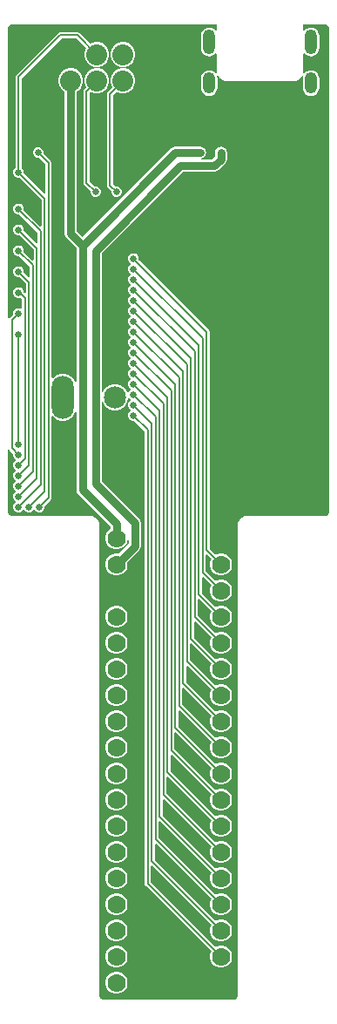
<source format=gbl>
G04*
G04 #@! TF.GenerationSoftware,Altium Limited,Altium Designer,22.4.2 (48)*
G04*
G04 Layer_Physical_Order=2*
G04 Layer_Color=16711680*
%FSLAX25Y25*%
%MOIN*%
G70*
G04*
G04 #@! TF.SameCoordinates,CDAD1D31-92B0-4844-B762-6F75AC63F9A2*
G04*
G04*
G04 #@! TF.FilePolarity,Positive*
G04*
G01*
G75*
%ADD13C,0.00800*%
%ADD24O,0.08500X0.16000*%
%ADD27C,0.03000*%
%ADD30C,0.08500*%
%ADD31C,0.08000*%
%ADD32O,0.04724X0.08268*%
%ADD33O,0.04724X0.09449*%
%ADD34C,0.07000*%
%ADD35C,0.02500*%
G36*
X123339Y373755D02*
X123755Y373339D01*
X123980Y372795D01*
Y372500D01*
X123980Y187500D01*
Y187206D01*
X123755Y186661D01*
X123339Y186245D01*
X122794Y186020D01*
X92500D01*
X92450Y186010D01*
X92400Y186015D01*
X91912Y185967D01*
X91769Y185923D01*
X91622Y185894D01*
X90721Y185521D01*
X90390Y185300D01*
X90091Y185000D01*
X90000D01*
Y184909D01*
X89700Y184610D01*
X89479Y184279D01*
X89106Y183378D01*
X89077Y183231D01*
X89033Y183088D01*
X88985Y182600D01*
X88990Y182550D01*
X88981Y182500D01*
X88981Y2500D01*
Y2206D01*
X88755Y1661D01*
X88339Y1245D01*
X87795Y1020D01*
X37500D01*
X37205Y1020D01*
X36661Y1245D01*
X36245Y1661D01*
X36020Y2206D01*
Y2500D01*
X36020Y182500D01*
X36010Y182550D01*
X36015Y182600D01*
X35967Y183088D01*
X35923Y183231D01*
X35894Y183378D01*
X35521Y184279D01*
X35300Y184610D01*
X35000Y184909D01*
Y185000D01*
X34909D01*
X34610Y185300D01*
X34279Y185521D01*
X33378Y185894D01*
X33231Y185923D01*
X33088Y185967D01*
X32600Y186015D01*
X32550Y186010D01*
X32500Y186020D01*
X2500Y186020D01*
X2206D01*
X1661Y186245D01*
X1245Y186661D01*
X1020Y187206D01*
Y187500D01*
Y211246D01*
X1519Y211397D01*
X1671Y211171D01*
X3000Y209842D01*
Y209102D01*
X3305Y208367D01*
X3867Y207804D01*
X3999Y207750D01*
Y207250D01*
X3867Y207195D01*
X3305Y206633D01*
X3000Y205898D01*
Y205102D01*
X3305Y204367D01*
X3867Y203804D01*
X3999Y203750D01*
Y203250D01*
X3867Y203196D01*
X3305Y202633D01*
X3000Y201898D01*
Y201102D01*
X3305Y200367D01*
X3867Y199804D01*
X3999Y199750D01*
Y199250D01*
X3867Y199196D01*
X3305Y198633D01*
X3000Y197898D01*
Y197102D01*
X3305Y196367D01*
X3867Y195805D01*
X3999Y195750D01*
Y195250D01*
X3867Y195195D01*
X3305Y194633D01*
X3000Y193898D01*
Y193102D01*
X3305Y192367D01*
X3867Y191805D01*
X3999Y191750D01*
Y191250D01*
X3867Y191195D01*
X3305Y190633D01*
X3000Y189898D01*
Y189102D01*
X3305Y188367D01*
X3867Y187804D01*
X4602Y187500D01*
X5398D01*
X6133Y187804D01*
X6696Y188367D01*
X6750Y188499D01*
X7250D01*
X7305Y188367D01*
X7867Y187804D01*
X8602Y187500D01*
X9398D01*
X10133Y187804D01*
X10695Y188367D01*
X10750Y188499D01*
X11250D01*
X11304Y188367D01*
X11867Y187804D01*
X12602Y187500D01*
X13398D01*
X14133Y187804D01*
X14695Y188367D01*
X15000Y189102D01*
Y189842D01*
X17329Y192171D01*
X17583Y192551D01*
X17673Y193000D01*
Y224049D01*
X18172Y224256D01*
X18930Y223499D01*
X20070Y222841D01*
X21342Y222500D01*
X22658D01*
X23930Y222841D01*
X25070Y223499D01*
X26001Y224430D01*
X26659Y225570D01*
X26706Y225744D01*
X27206Y225678D01*
Y196000D01*
X27380Y195122D01*
X27878Y194378D01*
X40206Y182050D01*
Y181083D01*
X39890Y180901D01*
X39099Y180110D01*
X38540Y179140D01*
X38250Y178059D01*
Y176941D01*
X38540Y175860D01*
X39099Y174890D01*
X39890Y174099D01*
X40860Y173540D01*
X41941Y173250D01*
X43060D01*
X44140Y173540D01*
X45110Y174099D01*
X45901Y174890D01*
X46460Y175860D01*
X46706Y176776D01*
X47206Y176710D01*
Y175450D01*
X43411Y171656D01*
X43060Y171750D01*
X41941D01*
X40860Y171460D01*
X39890Y170901D01*
X39099Y170110D01*
X38540Y169140D01*
X38250Y168060D01*
Y166940D01*
X38540Y165860D01*
X39099Y164890D01*
X39890Y164099D01*
X40860Y163540D01*
X41941Y163250D01*
X43060D01*
X44140Y163540D01*
X45110Y164099D01*
X45901Y164890D01*
X46460Y165860D01*
X46750Y166940D01*
Y168060D01*
X46656Y168411D01*
X51122Y172878D01*
X51619Y173622D01*
X51794Y174500D01*
Y183500D01*
X51619Y184378D01*
X51122Y185122D01*
X36794Y199450D01*
Y229678D01*
X37294Y229744D01*
X37341Y229570D01*
X37999Y228430D01*
X38930Y227499D01*
X40070Y226841D01*
X41342Y226500D01*
X42658D01*
X43930Y226841D01*
X45070Y227499D01*
X46001Y228430D01*
X46659Y229570D01*
X47000Y230842D01*
Y230964D01*
X47500Y231172D01*
X47867Y230804D01*
X47999Y230750D01*
Y230250D01*
X47867Y230195D01*
X47304Y229633D01*
X47000Y228898D01*
Y228102D01*
X47304Y227367D01*
X47867Y226804D01*
X47999Y226750D01*
Y226250D01*
X47867Y226196D01*
X47304Y225633D01*
X47000Y224898D01*
Y224102D01*
X47304Y223367D01*
X47867Y222804D01*
X48602Y222500D01*
X49342D01*
X53328Y218514D01*
Y45500D01*
X53417Y45051D01*
X53671Y44671D01*
X78782Y19560D01*
X78540Y19140D01*
X78250Y18059D01*
Y16940D01*
X78540Y15860D01*
X79099Y14890D01*
X79890Y14099D01*
X80860Y13540D01*
X81941Y13250D01*
X83060D01*
X84140Y13540D01*
X85110Y14099D01*
X85901Y14890D01*
X86460Y15860D01*
X86750Y16940D01*
Y18059D01*
X86460Y19140D01*
X85901Y20110D01*
X85110Y20901D01*
X84140Y21460D01*
X83060Y21750D01*
X81941D01*
X80860Y21460D01*
X80440Y21218D01*
X55673Y45986D01*
Y52016D01*
X56134Y52207D01*
X78782Y29560D01*
X78540Y29140D01*
X78250Y28060D01*
Y26941D01*
X78540Y25860D01*
X79099Y24890D01*
X79890Y24099D01*
X80860Y23540D01*
X81941Y23250D01*
X83060D01*
X84140Y23540D01*
X85110Y24099D01*
X85901Y24890D01*
X86460Y25860D01*
X86750Y26941D01*
Y28060D01*
X86460Y29140D01*
X85901Y30110D01*
X85110Y30901D01*
X84140Y31460D01*
X83060Y31750D01*
X81941D01*
X80860Y31460D01*
X80440Y31218D01*
X57173Y54486D01*
Y60516D01*
X57635Y60707D01*
X78782Y39560D01*
X78540Y39140D01*
X78250Y38059D01*
Y36941D01*
X78540Y35860D01*
X79099Y34890D01*
X79890Y34099D01*
X80860Y33540D01*
X81941Y33250D01*
X83060D01*
X84140Y33540D01*
X85110Y34099D01*
X85901Y34890D01*
X86460Y35860D01*
X86750Y36941D01*
Y38059D01*
X86460Y39140D01*
X85901Y40110D01*
X85110Y40901D01*
X84140Y41460D01*
X83060Y41750D01*
X81941D01*
X80860Y41460D01*
X80440Y41218D01*
X58672Y62986D01*
Y69016D01*
X59135Y69207D01*
X78782Y49560D01*
X78540Y49140D01*
X78250Y48059D01*
Y46940D01*
X78540Y45860D01*
X79099Y44890D01*
X79890Y44099D01*
X80860Y43540D01*
X81941Y43250D01*
X83060D01*
X84140Y43540D01*
X85110Y44099D01*
X85901Y44890D01*
X86460Y45860D01*
X86750Y46940D01*
Y48059D01*
X86460Y49140D01*
X85901Y50110D01*
X85110Y50901D01*
X84140Y51460D01*
X83060Y51750D01*
X81941D01*
X80860Y51460D01*
X80440Y51218D01*
X60172Y71486D01*
Y77516D01*
X60634Y77707D01*
X78782Y59560D01*
X78540Y59140D01*
X78250Y58060D01*
Y56941D01*
X78540Y55860D01*
X79099Y54890D01*
X79890Y54099D01*
X80860Y53540D01*
X81941Y53250D01*
X83060D01*
X84140Y53540D01*
X85110Y54099D01*
X85901Y54890D01*
X86460Y55860D01*
X86750Y56941D01*
Y58060D01*
X86460Y59140D01*
X85901Y60110D01*
X85110Y60901D01*
X84140Y61460D01*
X83060Y61750D01*
X81941D01*
X80860Y61460D01*
X80440Y61218D01*
X61673Y79986D01*
Y86016D01*
X62134Y86207D01*
X78782Y69560D01*
X78540Y69140D01*
X78250Y68059D01*
Y66940D01*
X78540Y65860D01*
X79099Y64890D01*
X79890Y64099D01*
X80860Y63540D01*
X81941Y63250D01*
X83060D01*
X84140Y63540D01*
X85110Y64099D01*
X85901Y64890D01*
X86460Y65860D01*
X86750Y66940D01*
Y68059D01*
X86460Y69140D01*
X85901Y70110D01*
X85110Y70901D01*
X84140Y71460D01*
X83060Y71750D01*
X81941D01*
X80860Y71460D01*
X80440Y71218D01*
X63173Y88486D01*
Y94516D01*
X63635Y94707D01*
X78782Y79560D01*
X78540Y79140D01*
X78250Y78060D01*
Y76941D01*
X78540Y75860D01*
X79099Y74890D01*
X79890Y74099D01*
X80860Y73540D01*
X81941Y73250D01*
X83060D01*
X84140Y73540D01*
X85110Y74099D01*
X85901Y74890D01*
X86460Y75860D01*
X86750Y76941D01*
Y78060D01*
X86460Y79140D01*
X85901Y80110D01*
X85110Y80901D01*
X84140Y81460D01*
X83060Y81750D01*
X81941D01*
X80860Y81460D01*
X80440Y81218D01*
X64672Y96986D01*
Y103016D01*
X65135Y103207D01*
X78782Y89560D01*
X78540Y89140D01*
X78250Y88060D01*
Y86940D01*
X78540Y85860D01*
X79099Y84890D01*
X79890Y84099D01*
X80860Y83540D01*
X81941Y83250D01*
X83060D01*
X84140Y83540D01*
X85110Y84099D01*
X85901Y84890D01*
X86460Y85860D01*
X86750Y86940D01*
Y88060D01*
X86460Y89140D01*
X85901Y90110D01*
X85110Y90901D01*
X84140Y91460D01*
X83060Y91750D01*
X81941D01*
X80860Y91460D01*
X80440Y91218D01*
X66172Y105486D01*
Y111516D01*
X66635Y111707D01*
X78782Y99560D01*
X78540Y99140D01*
X78250Y98059D01*
Y96940D01*
X78540Y95860D01*
X79099Y94890D01*
X79890Y94099D01*
X80860Y93540D01*
X81941Y93250D01*
X83060D01*
X84140Y93540D01*
X85110Y94099D01*
X85901Y94890D01*
X86460Y95860D01*
X86750Y96940D01*
Y98059D01*
X86460Y99140D01*
X85901Y100110D01*
X85110Y100901D01*
X84140Y101460D01*
X83060Y101750D01*
X81941D01*
X80860Y101460D01*
X80440Y101218D01*
X67672Y113986D01*
Y120016D01*
X68134Y120207D01*
X78782Y109560D01*
X78540Y109140D01*
X78250Y108060D01*
Y106940D01*
X78540Y105860D01*
X79099Y104890D01*
X79890Y104099D01*
X80860Y103540D01*
X81941Y103250D01*
X83060D01*
X84140Y103540D01*
X85110Y104099D01*
X85901Y104890D01*
X86460Y105860D01*
X86750Y106940D01*
Y108060D01*
X86460Y109140D01*
X85901Y110110D01*
X85110Y110901D01*
X84140Y111460D01*
X83060Y111750D01*
X81941D01*
X80860Y111460D01*
X80440Y111218D01*
X69173Y122486D01*
Y128516D01*
X69634Y128707D01*
X78782Y119560D01*
X78540Y119140D01*
X78250Y118060D01*
Y116940D01*
X78540Y115860D01*
X79099Y114890D01*
X79890Y114099D01*
X80860Y113540D01*
X81941Y113250D01*
X83060D01*
X84140Y113540D01*
X85110Y114099D01*
X85901Y114890D01*
X86460Y115860D01*
X86750Y116940D01*
Y118060D01*
X86460Y119140D01*
X85901Y120110D01*
X85110Y120901D01*
X84140Y121460D01*
X83060Y121750D01*
X81941D01*
X80860Y121460D01*
X80440Y121218D01*
X70673Y130986D01*
Y137016D01*
X71135Y137207D01*
X78782Y129560D01*
X78540Y129140D01*
X78250Y128059D01*
Y126941D01*
X78540Y125860D01*
X79099Y124890D01*
X79890Y124099D01*
X80860Y123540D01*
X81941Y123250D01*
X83060D01*
X84140Y123540D01*
X85110Y124099D01*
X85901Y124890D01*
X86460Y125860D01*
X86750Y126941D01*
Y128059D01*
X86460Y129140D01*
X85901Y130110D01*
X85110Y130901D01*
X84140Y131460D01*
X83060Y131750D01*
X81941D01*
X80860Y131460D01*
X80440Y131218D01*
X72172Y139486D01*
Y145516D01*
X72635Y145707D01*
X78782Y139560D01*
X78540Y139140D01*
X78250Y138059D01*
Y136941D01*
X78540Y135860D01*
X79099Y134890D01*
X79890Y134099D01*
X80860Y133540D01*
X81941Y133250D01*
X83060D01*
X84140Y133540D01*
X85110Y134099D01*
X85901Y134890D01*
X86460Y135860D01*
X86750Y136941D01*
Y138059D01*
X86460Y139140D01*
X85901Y140110D01*
X85110Y140901D01*
X84140Y141460D01*
X83060Y141750D01*
X81941D01*
X80860Y141460D01*
X80440Y141218D01*
X73672Y147986D01*
Y154016D01*
X74134Y154207D01*
X78782Y149560D01*
X78540Y149140D01*
X78250Y148059D01*
Y146941D01*
X78540Y145860D01*
X79099Y144890D01*
X79890Y144099D01*
X80860Y143540D01*
X81941Y143250D01*
X83060D01*
X84140Y143540D01*
X85110Y144099D01*
X85901Y144890D01*
X86460Y145860D01*
X86750Y146941D01*
Y148059D01*
X86460Y149140D01*
X85901Y150110D01*
X85110Y150901D01*
X84140Y151460D01*
X83060Y151750D01*
X81941D01*
X80860Y151460D01*
X80440Y151218D01*
X75173Y156486D01*
Y162516D01*
X75634Y162707D01*
X78782Y159560D01*
X78540Y159140D01*
X78250Y158060D01*
Y156940D01*
X78540Y155860D01*
X79099Y154890D01*
X79890Y154099D01*
X80860Y153540D01*
X81941Y153250D01*
X83060D01*
X84140Y153540D01*
X85110Y154099D01*
X85901Y154890D01*
X86460Y155860D01*
X86750Y156940D01*
Y158060D01*
X86460Y159140D01*
X85901Y160110D01*
X85110Y160901D01*
X84140Y161460D01*
X83060Y161750D01*
X81941D01*
X80860Y161460D01*
X80440Y161218D01*
X76673Y164986D01*
Y171016D01*
X77135Y171207D01*
X78782Y169560D01*
X78540Y169140D01*
X78250Y168060D01*
Y166940D01*
X78540Y165860D01*
X79099Y164890D01*
X79890Y164099D01*
X80860Y163540D01*
X81941Y163250D01*
X83060D01*
X84140Y163540D01*
X85110Y164099D01*
X85901Y164890D01*
X86460Y165860D01*
X86750Y166940D01*
Y168060D01*
X86460Y169140D01*
X85901Y170110D01*
X85110Y170901D01*
X84140Y171460D01*
X83060Y171750D01*
X81941D01*
X80860Y171460D01*
X80440Y171218D01*
X78172Y173486D01*
Y256500D01*
X78083Y256949D01*
X77829Y257329D01*
X51000Y284158D01*
Y284898D01*
X50696Y285633D01*
X50133Y286195D01*
X49398Y286500D01*
X48602D01*
X47867Y286195D01*
X47304Y285633D01*
X47000Y284898D01*
Y284102D01*
X47304Y283367D01*
X47867Y282804D01*
X47999Y282750D01*
Y282250D01*
X47867Y282195D01*
X47304Y281633D01*
X47000Y280898D01*
Y280102D01*
X47304Y279367D01*
X47867Y278804D01*
X47999Y278750D01*
Y278250D01*
X47867Y278196D01*
X47304Y277633D01*
X47000Y276898D01*
Y276102D01*
X47304Y275367D01*
X47867Y274804D01*
X47999Y274750D01*
Y274250D01*
X47867Y274196D01*
X47304Y273633D01*
X47000Y272898D01*
Y272102D01*
X47304Y271367D01*
X47867Y270805D01*
X47999Y270750D01*
Y270250D01*
X47867Y270196D01*
X47304Y269633D01*
X47000Y268898D01*
Y268102D01*
X47304Y267367D01*
X47867Y266805D01*
X47999Y266750D01*
Y266250D01*
X47867Y266196D01*
X47304Y265633D01*
X47000Y264898D01*
Y264102D01*
X47304Y263367D01*
X47867Y262805D01*
X47999Y262750D01*
Y262250D01*
X47867Y262195D01*
X47304Y261633D01*
X47000Y260898D01*
Y260102D01*
X47304Y259367D01*
X47867Y258804D01*
X47999Y258750D01*
Y258250D01*
X47867Y258195D01*
X47304Y257633D01*
X47000Y256898D01*
Y256102D01*
X47304Y255367D01*
X47867Y254804D01*
X47999Y254750D01*
Y254250D01*
X47867Y254195D01*
X47304Y253633D01*
X47000Y252898D01*
Y252102D01*
X47304Y251367D01*
X47867Y250804D01*
X47999Y250750D01*
Y250250D01*
X47867Y250196D01*
X47304Y249633D01*
X47000Y248898D01*
Y248102D01*
X47304Y247367D01*
X47867Y246804D01*
X47999Y246750D01*
Y246250D01*
X47867Y246196D01*
X47304Y245633D01*
X47000Y244898D01*
Y244102D01*
X47304Y243367D01*
X47867Y242805D01*
X47999Y242750D01*
Y242250D01*
X47867Y242196D01*
X47304Y241633D01*
X47000Y240898D01*
Y240102D01*
X47304Y239367D01*
X47867Y238805D01*
X47999Y238750D01*
Y238250D01*
X47867Y238195D01*
X47304Y237633D01*
X47000Y236898D01*
Y236102D01*
X47304Y235367D01*
X47867Y234805D01*
X47999Y234750D01*
Y234250D01*
X47867Y234195D01*
X47304Y233633D01*
X47194Y233366D01*
X46667Y233401D01*
X46659Y233430D01*
X46001Y234570D01*
X45070Y235501D01*
X43930Y236159D01*
X42658Y236500D01*
X41342D01*
X40070Y236159D01*
X38930Y235501D01*
X37999Y234570D01*
X37341Y233430D01*
X37294Y233256D01*
X36794Y233322D01*
Y286550D01*
X67950Y317706D01*
X80000D01*
X80878Y317881D01*
X81622Y318378D01*
X84122Y320878D01*
X84619Y321622D01*
X84794Y322500D01*
Y325000D01*
X84619Y325878D01*
X84122Y326622D01*
X83378Y327119D01*
X82500Y327294D01*
X81622Y327119D01*
X80878Y326622D01*
X80381Y325878D01*
X80206Y325000D01*
Y323450D01*
X79050Y322294D01*
X74993D01*
X74943Y322794D01*
X75378Y322881D01*
X76122Y323378D01*
X76619Y324122D01*
X76794Y325000D01*
X76619Y325878D01*
X76122Y326622D01*
X75378Y327119D01*
X74500Y327294D01*
X65000D01*
X64122Y327119D01*
X63378Y326622D01*
X29500Y292744D01*
X27294Y294950D01*
Y348340D01*
X27917Y348699D01*
X28801Y349583D01*
X29426Y350667D01*
X29750Y351875D01*
Y353125D01*
X29426Y354333D01*
X28801Y355417D01*
X27917Y356301D01*
X26833Y356926D01*
X25625Y357250D01*
X24375D01*
X23167Y356926D01*
X22083Y356301D01*
X21199Y355417D01*
X20574Y354333D01*
X20250Y353125D01*
Y351875D01*
X20574Y350667D01*
X21199Y349583D01*
X22083Y348699D01*
X22706Y348340D01*
Y294000D01*
X22881Y293122D01*
X23378Y292378D01*
X27206Y288550D01*
Y237322D01*
X26706Y237256D01*
X26659Y237430D01*
X26001Y238570D01*
X25070Y239501D01*
X23930Y240159D01*
X22658Y240500D01*
X21342D01*
X20070Y240159D01*
X18930Y239501D01*
X18172Y238744D01*
X17673Y238951D01*
Y321000D01*
X17583Y321449D01*
X17329Y321829D01*
X14500Y324658D01*
Y325398D01*
X14196Y326133D01*
X13633Y326695D01*
X12898Y327000D01*
X12102D01*
X11367Y326695D01*
X10804Y326133D01*
X10500Y325398D01*
Y324602D01*
X10804Y323867D01*
X11367Y323305D01*
X12102Y323000D01*
X12842D01*
X15327Y320514D01*
Y309484D01*
X14865Y309293D01*
X7000Y317158D01*
Y317898D01*
X6696Y318633D01*
X6173Y319156D01*
Y353514D01*
X21486Y368828D01*
X27014D01*
X30916Y364926D01*
X30574Y364333D01*
X30250Y363125D01*
Y361875D01*
X30574Y360667D01*
X31199Y359583D01*
X32083Y358699D01*
X33167Y358074D01*
X34375Y357750D01*
X35625D01*
X36833Y358074D01*
X37917Y358699D01*
X38801Y359583D01*
X39426Y360667D01*
X39750Y361875D01*
Y363125D01*
X39426Y364333D01*
X38801Y365417D01*
X37917Y366301D01*
X36833Y366926D01*
X35625Y367250D01*
X34375D01*
X33167Y366926D01*
X32574Y366584D01*
X28329Y370829D01*
X27949Y371083D01*
X27500Y371172D01*
X21000D01*
X20551Y371083D01*
X20171Y370829D01*
X4171Y354829D01*
X3917Y354449D01*
X3827Y354000D01*
Y319156D01*
X3305Y318633D01*
X3000Y317898D01*
Y317102D01*
X3305Y316367D01*
X3867Y315805D01*
X4602Y315500D01*
X5342D01*
X13827Y307014D01*
Y296984D01*
X13365Y296793D01*
X7000Y303158D01*
Y303898D01*
X6696Y304633D01*
X6133Y305195D01*
X5398Y305500D01*
X4602D01*
X3867Y305195D01*
X3305Y304633D01*
X3000Y303898D01*
Y303102D01*
X3305Y302367D01*
X3867Y301804D01*
X4602Y301500D01*
X5342D01*
X12327Y294514D01*
Y290484D01*
X11866Y290293D01*
X7000Y295158D01*
Y295898D01*
X6696Y296633D01*
X6133Y297196D01*
X5398Y297500D01*
X4602D01*
X3867Y297196D01*
X3305Y296633D01*
X3000Y295898D01*
Y295102D01*
X3305Y294367D01*
X3867Y293805D01*
X4602Y293500D01*
X5342D01*
X10827Y288014D01*
Y283984D01*
X10366Y283793D01*
X7000Y287158D01*
Y287898D01*
X6696Y288633D01*
X6133Y289195D01*
X5398Y289500D01*
X4602D01*
X3867Y289195D01*
X3305Y288633D01*
X3000Y287898D01*
Y287102D01*
X3305Y286367D01*
X3867Y285805D01*
X4602Y285500D01*
X5342D01*
X9328Y281514D01*
Y277484D01*
X8866Y277293D01*
X7000Y279158D01*
Y279898D01*
X6696Y280633D01*
X6133Y281195D01*
X5398Y281500D01*
X4602D01*
X3867Y281195D01*
X3305Y280633D01*
X3000Y279898D01*
Y279102D01*
X3305Y278367D01*
X3867Y277804D01*
X4602Y277500D01*
X5342D01*
X7828Y275014D01*
Y271498D01*
X7327Y271291D01*
X7000Y271618D01*
Y271898D01*
X6696Y272633D01*
X6133Y273196D01*
X5398Y273500D01*
X4602D01*
X3867Y273196D01*
X3305Y272633D01*
X3000Y271898D01*
Y271102D01*
X3305Y270367D01*
X3867Y269805D01*
X4602Y269500D01*
X5398D01*
X5683Y269618D01*
X6065Y269237D01*
X6186Y269156D01*
X6328Y269014D01*
Y265654D01*
X5827Y265322D01*
X5398Y265500D01*
X4602D01*
X3867Y265195D01*
X3305Y264633D01*
X3000Y263898D01*
Y263158D01*
X1671Y261829D01*
X1519Y261603D01*
X1020Y261754D01*
Y372500D01*
Y372795D01*
X1245Y373339D01*
X1661Y373755D01*
X2206Y373980D01*
X80929D01*
Y371817D01*
X80429Y371647D01*
X80231Y371905D01*
X79581Y372404D01*
X78824Y372717D01*
X78012Y372824D01*
X77199Y372717D01*
X76442Y372404D01*
X75792Y371905D01*
X75293Y371255D01*
X74980Y370497D01*
X74873Y369685D01*
Y364961D01*
X74980Y364148D01*
X75293Y363391D01*
X75792Y362741D01*
X76442Y362242D01*
X77199Y361929D01*
X78012Y361822D01*
X78824Y361929D01*
X79581Y362242D01*
X80231Y362741D01*
X80429Y362999D01*
X80929Y362829D01*
Y356186D01*
X80949Y356087D01*
Y355987D01*
X81070Y355379D01*
X81034Y355342D01*
X80373Y355382D01*
X80231Y355566D01*
X79581Y356065D01*
X78824Y356379D01*
X78012Y356486D01*
X77199Y356379D01*
X76442Y356065D01*
X75792Y355566D01*
X75293Y354916D01*
X74980Y354159D01*
X74873Y353346D01*
Y349803D01*
X74980Y348991D01*
X75293Y348234D01*
X75792Y347584D01*
X76442Y347085D01*
X77199Y346771D01*
X78012Y346664D01*
X78824Y346771D01*
X79581Y347085D01*
X80231Y347584D01*
X80730Y348234D01*
X81044Y348991D01*
X81151Y349803D01*
Y353346D01*
X81044Y354159D01*
X81015Y354229D01*
X81459Y354438D01*
X81804Y353922D01*
X81875Y353851D01*
X81931Y353767D01*
X82370Y353329D01*
X82453Y353273D01*
X82524Y353202D01*
X83040Y352857D01*
X83133Y352819D01*
X83216Y352763D01*
X83789Y352525D01*
X83888Y352506D01*
X83981Y352467D01*
X84589Y352346D01*
X84690D01*
X84788Y352327D01*
X85098D01*
X85098Y352327D01*
X109901D01*
X109902Y352327D01*
X110212D01*
X110310Y352346D01*
X110411D01*
X111019Y352467D01*
X111112Y352506D01*
X111211Y352525D01*
X111784Y352763D01*
X111867Y352819D01*
X111960Y352857D01*
X112476Y353202D01*
X112547Y353273D01*
X112630Y353329D01*
X113069Y353767D01*
X113125Y353851D01*
X113196Y353922D01*
X113540Y354438D01*
X113985Y354229D01*
X113956Y354159D01*
X113849Y353346D01*
Y349803D01*
X113956Y348991D01*
X114270Y348234D01*
X114769Y347584D01*
X115419Y347085D01*
X116176Y346771D01*
X116988Y346664D01*
X117801Y346771D01*
X118558Y347085D01*
X119208Y347584D01*
X119707Y348234D01*
X120020Y348991D01*
X120127Y349803D01*
Y353346D01*
X120020Y354159D01*
X119707Y354916D01*
X119208Y355566D01*
X118558Y356065D01*
X117801Y356379D01*
X116988Y356486D01*
X116176Y356379D01*
X115419Y356065D01*
X114769Y355566D01*
X114627Y355382D01*
X113966Y355342D01*
X113930Y355379D01*
X114051Y355987D01*
Y356087D01*
X114071Y356186D01*
Y362829D01*
X114571Y362999D01*
X114769Y362741D01*
X115419Y362242D01*
X116176Y361929D01*
X116988Y361822D01*
X117801Y361929D01*
X118558Y362242D01*
X119208Y362741D01*
X119707Y363391D01*
X120020Y364148D01*
X120127Y364961D01*
Y369685D01*
X120020Y370497D01*
X119707Y371255D01*
X119208Y371905D01*
X118558Y372404D01*
X117801Y372717D01*
X116988Y372824D01*
X116176Y372717D01*
X115419Y372404D01*
X114769Y371905D01*
X114571Y371647D01*
X114071Y371817D01*
Y373980D01*
X122794D01*
X123339Y373755D01*
D02*
G37*
%LPC*%
G36*
X45625Y367250D02*
X44375D01*
X43167Y366926D01*
X42083Y366301D01*
X41199Y365417D01*
X40574Y364333D01*
X40250Y363125D01*
Y361875D01*
X40574Y360667D01*
X41199Y359583D01*
X42083Y358699D01*
X43167Y358074D01*
X44375Y357750D01*
X45625D01*
X46833Y358074D01*
X47917Y358699D01*
X48801Y359583D01*
X49426Y360667D01*
X49750Y361875D01*
Y363125D01*
X49426Y364333D01*
X48801Y365417D01*
X47917Y366301D01*
X46833Y366926D01*
X45625Y367250D01*
D02*
G37*
G36*
Y357250D02*
X44375D01*
X43167Y356926D01*
X42083Y356301D01*
X41199Y355417D01*
X40574Y354333D01*
X40250Y353125D01*
Y351875D01*
X40574Y350667D01*
X40916Y350074D01*
X39171Y348329D01*
X38917Y347949D01*
X38827Y347500D01*
Y312500D01*
X38917Y312051D01*
X39171Y311671D01*
X40500Y310342D01*
Y309602D01*
X40804Y308867D01*
X41367Y308305D01*
X42102Y308000D01*
X42898D01*
X43633Y308305D01*
X44196Y308867D01*
X44500Y309602D01*
Y310398D01*
X44196Y311133D01*
X43633Y311696D01*
X42898Y312000D01*
X42158D01*
X41173Y312986D01*
Y347014D01*
X42574Y348416D01*
X43167Y348074D01*
X44375Y347750D01*
X45625D01*
X46833Y348074D01*
X47917Y348699D01*
X48801Y349583D01*
X49426Y350667D01*
X49750Y351875D01*
Y353125D01*
X49426Y354333D01*
X48801Y355417D01*
X47917Y356301D01*
X46833Y356926D01*
X45625Y357250D01*
D02*
G37*
G36*
X35625D02*
X34375D01*
X33167Y356926D01*
X32083Y356301D01*
X31199Y355417D01*
X30574Y354333D01*
X30250Y353125D01*
Y351875D01*
X30574Y350667D01*
X30917Y350071D01*
X30171Y349325D01*
X29917Y348944D01*
X29827Y348496D01*
Y313500D01*
X29917Y313051D01*
X30171Y312671D01*
X32500Y310342D01*
Y309602D01*
X32805Y308867D01*
X33367Y308305D01*
X34102Y308000D01*
X34898D01*
X35633Y308305D01*
X36195Y308867D01*
X36500Y309602D01*
Y310398D01*
X36195Y311133D01*
X35633Y311696D01*
X34898Y312000D01*
X34158D01*
X32173Y313986D01*
Y348010D01*
X32577Y348414D01*
X33167Y348074D01*
X34375Y347750D01*
X35625D01*
X36833Y348074D01*
X37917Y348699D01*
X38801Y349583D01*
X39426Y350667D01*
X39750Y351875D01*
Y353125D01*
X39426Y354333D01*
X38801Y355417D01*
X37917Y356301D01*
X36833Y356926D01*
X35625Y357250D01*
D02*
G37*
G36*
X43060Y151750D02*
X41941D01*
X40860Y151460D01*
X39890Y150901D01*
X39099Y150110D01*
X38540Y149140D01*
X38250Y148059D01*
Y146941D01*
X38540Y145860D01*
X39099Y144890D01*
X39890Y144099D01*
X40860Y143540D01*
X41941Y143250D01*
X43060D01*
X44140Y143540D01*
X45110Y144099D01*
X45901Y144890D01*
X46460Y145860D01*
X46750Y146941D01*
Y148059D01*
X46460Y149140D01*
X45901Y150110D01*
X45110Y150901D01*
X44140Y151460D01*
X43060Y151750D01*
D02*
G37*
G36*
Y141750D02*
X41941D01*
X40860Y141460D01*
X39890Y140901D01*
X39099Y140110D01*
X38540Y139140D01*
X38250Y138059D01*
Y136941D01*
X38540Y135860D01*
X39099Y134890D01*
X39890Y134099D01*
X40860Y133540D01*
X41941Y133250D01*
X43060D01*
X44140Y133540D01*
X45110Y134099D01*
X45901Y134890D01*
X46460Y135860D01*
X46750Y136941D01*
Y138059D01*
X46460Y139140D01*
X45901Y140110D01*
X45110Y140901D01*
X44140Y141460D01*
X43060Y141750D01*
D02*
G37*
G36*
Y131750D02*
X41941D01*
X40860Y131460D01*
X39890Y130901D01*
X39099Y130110D01*
X38540Y129140D01*
X38250Y128059D01*
Y126941D01*
X38540Y125860D01*
X39099Y124890D01*
X39890Y124099D01*
X40860Y123540D01*
X41941Y123250D01*
X43060D01*
X44140Y123540D01*
X45110Y124099D01*
X45901Y124890D01*
X46460Y125860D01*
X46750Y126941D01*
Y128059D01*
X46460Y129140D01*
X45901Y130110D01*
X45110Y130901D01*
X44140Y131460D01*
X43060Y131750D01*
D02*
G37*
G36*
Y121750D02*
X41941D01*
X40860Y121460D01*
X39890Y120901D01*
X39099Y120110D01*
X38540Y119140D01*
X38250Y118060D01*
Y116940D01*
X38540Y115860D01*
X39099Y114890D01*
X39890Y114099D01*
X40860Y113540D01*
X41941Y113250D01*
X43060D01*
X44140Y113540D01*
X45110Y114099D01*
X45901Y114890D01*
X46460Y115860D01*
X46750Y116940D01*
Y118060D01*
X46460Y119140D01*
X45901Y120110D01*
X45110Y120901D01*
X44140Y121460D01*
X43060Y121750D01*
D02*
G37*
G36*
Y111750D02*
X41941D01*
X40860Y111460D01*
X39890Y110901D01*
X39099Y110110D01*
X38540Y109140D01*
X38250Y108060D01*
Y106940D01*
X38540Y105860D01*
X39099Y104890D01*
X39890Y104099D01*
X40860Y103540D01*
X41941Y103250D01*
X43060D01*
X44140Y103540D01*
X45110Y104099D01*
X45901Y104890D01*
X46460Y105860D01*
X46750Y106940D01*
Y108060D01*
X46460Y109140D01*
X45901Y110110D01*
X45110Y110901D01*
X44140Y111460D01*
X43060Y111750D01*
D02*
G37*
G36*
Y101750D02*
X41941D01*
X40860Y101460D01*
X39890Y100901D01*
X39099Y100110D01*
X38540Y99140D01*
X38250Y98059D01*
Y96940D01*
X38540Y95860D01*
X39099Y94890D01*
X39890Y94099D01*
X40860Y93540D01*
X41941Y93250D01*
X43060D01*
X44140Y93540D01*
X45110Y94099D01*
X45901Y94890D01*
X46460Y95860D01*
X46750Y96940D01*
Y98059D01*
X46460Y99140D01*
X45901Y100110D01*
X45110Y100901D01*
X44140Y101460D01*
X43060Y101750D01*
D02*
G37*
G36*
Y91750D02*
X41941D01*
X40860Y91460D01*
X39890Y90901D01*
X39099Y90110D01*
X38540Y89140D01*
X38250Y88060D01*
Y86940D01*
X38540Y85860D01*
X39099Y84890D01*
X39890Y84099D01*
X40860Y83540D01*
X41941Y83250D01*
X43060D01*
X44140Y83540D01*
X45110Y84099D01*
X45901Y84890D01*
X46460Y85860D01*
X46750Y86940D01*
Y88060D01*
X46460Y89140D01*
X45901Y90110D01*
X45110Y90901D01*
X44140Y91460D01*
X43060Y91750D01*
D02*
G37*
G36*
Y81750D02*
X41941D01*
X40860Y81460D01*
X39890Y80901D01*
X39099Y80110D01*
X38540Y79140D01*
X38250Y78060D01*
Y76941D01*
X38540Y75860D01*
X39099Y74890D01*
X39890Y74099D01*
X40860Y73540D01*
X41941Y73250D01*
X43060D01*
X44140Y73540D01*
X45110Y74099D01*
X45901Y74890D01*
X46460Y75860D01*
X46750Y76941D01*
Y78060D01*
X46460Y79140D01*
X45901Y80110D01*
X45110Y80901D01*
X44140Y81460D01*
X43060Y81750D01*
D02*
G37*
G36*
Y71750D02*
X41941D01*
X40860Y71460D01*
X39890Y70901D01*
X39099Y70110D01*
X38540Y69140D01*
X38250Y68059D01*
Y66940D01*
X38540Y65860D01*
X39099Y64890D01*
X39890Y64099D01*
X40860Y63540D01*
X41941Y63250D01*
X43060D01*
X44140Y63540D01*
X45110Y64099D01*
X45901Y64890D01*
X46460Y65860D01*
X46750Y66940D01*
Y68059D01*
X46460Y69140D01*
X45901Y70110D01*
X45110Y70901D01*
X44140Y71460D01*
X43060Y71750D01*
D02*
G37*
G36*
Y61750D02*
X41941D01*
X40860Y61460D01*
X39890Y60901D01*
X39099Y60110D01*
X38540Y59140D01*
X38250Y58060D01*
Y56941D01*
X38540Y55860D01*
X39099Y54890D01*
X39890Y54099D01*
X40860Y53540D01*
X41941Y53250D01*
X43060D01*
X44140Y53540D01*
X45110Y54099D01*
X45901Y54890D01*
X46460Y55860D01*
X46750Y56941D01*
Y58060D01*
X46460Y59140D01*
X45901Y60110D01*
X45110Y60901D01*
X44140Y61460D01*
X43060Y61750D01*
D02*
G37*
G36*
Y51750D02*
X41941D01*
X40860Y51460D01*
X39890Y50901D01*
X39099Y50110D01*
X38540Y49140D01*
X38250Y48059D01*
Y46940D01*
X38540Y45860D01*
X39099Y44890D01*
X39890Y44099D01*
X40860Y43540D01*
X41941Y43250D01*
X43060D01*
X44140Y43540D01*
X45110Y44099D01*
X45901Y44890D01*
X46460Y45860D01*
X46750Y46940D01*
Y48059D01*
X46460Y49140D01*
X45901Y50110D01*
X45110Y50901D01*
X44140Y51460D01*
X43060Y51750D01*
D02*
G37*
G36*
Y41750D02*
X41941D01*
X40860Y41460D01*
X39890Y40901D01*
X39099Y40110D01*
X38540Y39140D01*
X38250Y38059D01*
Y36941D01*
X38540Y35860D01*
X39099Y34890D01*
X39890Y34099D01*
X40860Y33540D01*
X41941Y33250D01*
X43060D01*
X44140Y33540D01*
X45110Y34099D01*
X45901Y34890D01*
X46460Y35860D01*
X46750Y36941D01*
Y38059D01*
X46460Y39140D01*
X45901Y40110D01*
X45110Y40901D01*
X44140Y41460D01*
X43060Y41750D01*
D02*
G37*
G36*
Y31750D02*
X41941D01*
X40860Y31460D01*
X39890Y30901D01*
X39099Y30110D01*
X38540Y29140D01*
X38250Y28060D01*
Y26941D01*
X38540Y25860D01*
X39099Y24890D01*
X39890Y24099D01*
X40860Y23540D01*
X41941Y23250D01*
X43060D01*
X44140Y23540D01*
X45110Y24099D01*
X45901Y24890D01*
X46460Y25860D01*
X46750Y26941D01*
Y28060D01*
X46460Y29140D01*
X45901Y30110D01*
X45110Y30901D01*
X44140Y31460D01*
X43060Y31750D01*
D02*
G37*
G36*
Y21750D02*
X41941D01*
X40860Y21460D01*
X39890Y20901D01*
X39099Y20110D01*
X38540Y19140D01*
X38250Y18059D01*
Y16940D01*
X38540Y15860D01*
X39099Y14890D01*
X39890Y14099D01*
X40860Y13540D01*
X41941Y13250D01*
X43060D01*
X44140Y13540D01*
X45110Y14099D01*
X45901Y14890D01*
X46460Y15860D01*
X46750Y16940D01*
Y18059D01*
X46460Y19140D01*
X45901Y20110D01*
X45110Y20901D01*
X44140Y21460D01*
X43060Y21750D01*
D02*
G37*
G36*
Y11750D02*
X41941D01*
X40860Y11460D01*
X39890Y10901D01*
X39099Y10110D01*
X38540Y9140D01*
X38250Y8060D01*
Y6940D01*
X38540Y5860D01*
X39099Y4890D01*
X39890Y4099D01*
X40860Y3540D01*
X41941Y3250D01*
X43060D01*
X44140Y3540D01*
X45110Y4099D01*
X45901Y4890D01*
X46460Y5860D01*
X46750Y6940D01*
Y8060D01*
X46460Y9140D01*
X45901Y10110D01*
X45110Y10901D01*
X44140Y11460D01*
X43060Y11750D01*
D02*
G37*
%LPD*%
D13*
X9000Y205500D02*
Y275500D01*
X5000Y279500D02*
X9000Y275500D01*
X5000Y287500D02*
X10500Y282000D01*
Y203000D02*
Y282000D01*
X12000Y200500D02*
Y288500D01*
X5000Y295500D02*
X12000Y288500D01*
X13500Y198000D02*
Y295000D01*
X5000Y303500D02*
X13500Y295000D01*
X12500Y325000D02*
X16500Y321000D01*
X13000Y189500D02*
X16500Y193000D01*
Y321000D01*
X77000Y173000D02*
Y256500D01*
X49000Y284500D02*
X77000Y256500D01*
Y173000D02*
X82500Y167500D01*
X31000Y313500D02*
X34500Y310000D01*
X31000Y313500D02*
Y348496D01*
X40000Y312500D02*
X42500Y310000D01*
X40000Y312500D02*
Y347500D01*
X5000Y317500D02*
X15000Y307500D01*
X5000Y317500D02*
Y354000D01*
X15000Y195500D02*
Y307500D01*
X5460Y271500D02*
X6894Y270066D01*
X6934D02*
X7500Y269500D01*
X5000Y271500D02*
X5460D01*
X6894Y270066D02*
X6934D01*
X7500Y208000D02*
Y269500D01*
X2500Y212000D02*
Y261000D01*
X5000Y263500D01*
Y213500D02*
Y255500D01*
X40000Y347500D02*
X45000Y352500D01*
X31000Y348496D02*
X35000Y352496D01*
Y352500D01*
X5000Y354000D02*
X21000Y370000D01*
X27500D02*
X35000Y362500D01*
X21000Y370000D02*
X27500D01*
X49000Y280500D02*
X75500Y254000D01*
X49000Y276500D02*
X74000Y251500D01*
Y156000D02*
Y251500D01*
X49000Y272500D02*
X72500Y249000D01*
Y147500D02*
Y249000D01*
X71000Y139000D02*
Y246500D01*
X49000Y268500D02*
X71000Y246500D01*
X49000Y264500D02*
X69500Y244000D01*
Y130500D02*
Y244000D01*
X49000Y260500D02*
X68000Y241500D01*
Y122000D02*
Y241500D01*
X49000Y256500D02*
X66500Y239000D01*
X65000Y105000D02*
Y236500D01*
X49000Y252500D02*
X65000Y236500D01*
X63500Y96500D02*
Y234000D01*
X49000Y248500D02*
X63500Y234000D01*
X49000Y244500D02*
X62000Y231500D01*
Y88000D02*
Y231500D01*
X60500Y79500D02*
Y229000D01*
X49000Y240500D02*
X60500Y229000D01*
X59000Y71000D02*
Y226500D01*
X49000Y236500D02*
X59000Y226500D01*
X49000Y232500D02*
X57500Y224000D01*
Y62500D02*
Y224000D01*
X56000Y54000D02*
Y221500D01*
X49000Y228500D02*
X56000Y221500D01*
X49000Y224500D02*
X54500Y219000D01*
Y45500D02*
Y219000D01*
X75500Y164500D02*
Y254000D01*
Y164500D02*
X82500Y157500D01*
X74000Y156000D02*
X82500Y147500D01*
X72500D02*
X82500Y137500D01*
X71000Y139000D02*
X82500Y127500D01*
X69500Y130500D02*
X82500Y117500D01*
X68000Y122000D02*
X82500Y107500D01*
X66500Y113500D02*
Y239000D01*
Y113500D02*
X82500Y97500D01*
X65000Y105000D02*
X82500Y87500D01*
X63500Y96500D02*
X82500Y77500D01*
X62000Y88000D02*
X82500Y67500D01*
X60500Y79500D02*
X82500Y57500D01*
X59000Y71000D02*
X82500Y47500D01*
X57500Y62500D02*
X82500Y37500D01*
X56000Y54000D02*
X82500Y27500D01*
X54500Y45500D02*
X82500Y17500D01*
X9000Y189500D02*
X15000Y195500D01*
X5000Y189500D02*
X13500Y198000D01*
X5000Y193500D02*
X12000Y200500D01*
X5000Y197500D02*
X10500Y203000D01*
X5000Y201500D02*
X9000Y205500D01*
X5000D02*
X7500Y208000D01*
X2500Y212000D02*
X5000Y209500D01*
D24*
X22000Y231500D02*
D03*
D27*
X82500Y322500D02*
Y325000D01*
X80000Y320000D02*
X82500Y322500D01*
X65000Y325000D02*
X74500D01*
X29500Y289500D02*
X65000Y325000D01*
X25000Y294000D02*
Y352500D01*
Y294000D02*
X29500Y289500D01*
X34500Y198500D02*
Y287500D01*
Y198500D02*
X49500Y183500D01*
Y174500D02*
Y183500D01*
X34500Y287500D02*
X67000Y320000D01*
X80000D01*
X42500Y167500D02*
X49500Y174500D01*
X29500Y196000D02*
Y289500D01*
X42500Y177500D02*
Y183000D01*
X29500Y196000D02*
X42500Y183000D01*
D30*
X22000Y235500D02*
D03*
Y227500D02*
D03*
X42000Y231500D02*
D03*
D31*
X45000Y362500D02*
D03*
Y352500D02*
D03*
X35000Y362500D02*
D03*
Y352500D02*
D03*
X25000Y362500D02*
D03*
Y352500D02*
D03*
D32*
X116988Y351575D02*
D03*
X78012D02*
D03*
D33*
Y367323D02*
D03*
X116988D02*
D03*
D34*
X42500Y177500D02*
D03*
Y167500D02*
D03*
Y157500D02*
D03*
Y147500D02*
D03*
Y137500D02*
D03*
Y127500D02*
D03*
Y117500D02*
D03*
Y107500D02*
D03*
Y97500D02*
D03*
Y87500D02*
D03*
Y77500D02*
D03*
Y67500D02*
D03*
X82500Y177500D02*
D03*
Y167500D02*
D03*
Y157500D02*
D03*
Y147500D02*
D03*
Y137500D02*
D03*
Y127500D02*
D03*
X42500Y57500D02*
D03*
Y47500D02*
D03*
Y37500D02*
D03*
Y27500D02*
D03*
Y17500D02*
D03*
Y7500D02*
D03*
X82500Y117500D02*
D03*
Y107500D02*
D03*
Y97500D02*
D03*
Y87500D02*
D03*
Y77500D02*
D03*
Y67500D02*
D03*
Y57500D02*
D03*
Y47500D02*
D03*
Y37500D02*
D03*
Y27500D02*
D03*
Y17500D02*
D03*
Y7500D02*
D03*
D35*
X49000Y284500D02*
D03*
X82500Y325000D02*
D03*
X74500D02*
D03*
X34500Y310000D02*
D03*
X42500D02*
D03*
X12500Y325000D02*
D03*
X5000Y317500D02*
D03*
Y303500D02*
D03*
Y295500D02*
D03*
Y287500D02*
D03*
Y279500D02*
D03*
Y271500D02*
D03*
Y263500D02*
D03*
Y255500D02*
D03*
X105000Y187500D02*
D03*
X95000D02*
D03*
X115000Y320000D02*
D03*
Y217500D02*
D03*
X80000Y225000D02*
D03*
X87500Y230000D02*
D03*
X95000Y235000D02*
D03*
X102500Y240000D02*
D03*
X105000Y272500D02*
D03*
X97500Y277500D02*
D03*
X90000Y282500D02*
D03*
X82500Y287500D02*
D03*
X75000Y292500D02*
D03*
X67500Y305000D02*
D03*
X55000Y292500D02*
D03*
X42500Y247500D02*
D03*
Y265000D02*
D03*
Y280000D02*
D03*
X22500D02*
D03*
Y265000D02*
D03*
Y247500D02*
D03*
X57500Y342500D02*
D03*
Y355000D02*
D03*
X15000D02*
D03*
X45000Y370000D02*
D03*
X35000D02*
D03*
X15000Y342500D02*
D03*
X45000D02*
D03*
X35000D02*
D03*
X85000D02*
D03*
X112500D02*
D03*
X98500Y337500D02*
D03*
X30000Y187500D02*
D03*
X20000D02*
D03*
X76500Y157500D02*
D03*
Y147500D02*
D03*
Y137500D02*
D03*
Y127500D02*
D03*
Y117500D02*
D03*
Y107500D02*
D03*
Y97500D02*
D03*
Y87500D02*
D03*
Y77500D02*
D03*
Y67500D02*
D03*
Y57500D02*
D03*
Y47500D02*
D03*
Y37500D02*
D03*
Y27500D02*
D03*
Y17500D02*
D03*
X48500Y7500D02*
D03*
Y17500D02*
D03*
Y27500D02*
D03*
Y37500D02*
D03*
Y47500D02*
D03*
Y57500D02*
D03*
Y67500D02*
D03*
Y77500D02*
D03*
Y87500D02*
D03*
Y97500D02*
D03*
Y107500D02*
D03*
Y117500D02*
D03*
Y127500D02*
D03*
Y137500D02*
D03*
Y147500D02*
D03*
X49000Y280500D02*
D03*
Y276500D02*
D03*
Y272500D02*
D03*
Y268500D02*
D03*
Y264500D02*
D03*
Y260500D02*
D03*
Y256500D02*
D03*
Y252500D02*
D03*
Y248500D02*
D03*
Y244500D02*
D03*
Y240500D02*
D03*
Y236500D02*
D03*
Y232500D02*
D03*
Y228500D02*
D03*
Y224500D02*
D03*
X13000Y189500D02*
D03*
X9000D02*
D03*
X5000D02*
D03*
Y193500D02*
D03*
Y213500D02*
D03*
Y209500D02*
D03*
Y205500D02*
D03*
Y201500D02*
D03*
Y197500D02*
D03*
M02*

</source>
